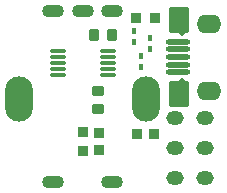
<source format=gbr>
%TF.GenerationSoftware,Altium Limited,Altium Designer,20.1.8 (145)*%
G04 Layer_Color=417716*
%FSLAX45Y45*%
%MOMM*%
%TF.SameCoordinates,69C50D53-9BFA-4F85-B750-FB8D41B2BBF4*%
%TF.FilePolarity,Negative*%
%TF.FileFunction,Soldermask,Bot*%
%TF.Part,Single*%
G01*
G75*
%TA.AperFunction,SMDPad,CuDef*%
G04:AMPARAMS|DCode=29|XSize=0.45mm|YSize=2.1mm|CornerRadius=0.225mm|HoleSize=0mm|Usage=FLASHONLY|Rotation=270.000|XOffset=0mm|YOffset=0mm|HoleType=Round|Shape=RoundedRectangle|*
%AMROUNDEDRECTD29*
21,1,0.45000,1.65000,0,0,270.0*
21,1,0.00000,2.10000,0,0,270.0*
1,1,0.45000,-0.82500,0.00000*
1,1,0.45000,-0.82500,0.00000*
1,1,0.45000,0.82500,0.00000*
1,1,0.45000,0.82500,0.00000*
%
%ADD29ROUNDEDRECTD29*%
G04:AMPARAMS|DCode=30|XSize=2.2mm|YSize=1.7mm|CornerRadius=0.058mm|HoleSize=0mm|Usage=FLASHONLY|Rotation=270.000|XOffset=0mm|YOffset=0mm|HoleType=Round|Shape=RoundedRectangle|*
%AMROUNDEDRECTD30*
21,1,2.20000,1.58400,0,0,270.0*
21,1,2.08400,1.70000,0,0,270.0*
1,1,0.11600,-0.79200,-1.04200*
1,1,0.11600,-0.79200,1.04200*
1,1,0.11600,0.79200,1.04200*
1,1,0.11600,0.79200,-1.04200*
%
%ADD30ROUNDEDRECTD30*%
G04:AMPARAMS|DCode=31|XSize=0.4mm|YSize=0.5mm|CornerRadius=0.0515mm|HoleSize=0mm|Usage=FLASHONLY|Rotation=180.000|XOffset=0mm|YOffset=0mm|HoleType=Round|Shape=RoundedRectangle|*
%AMROUNDEDRECTD31*
21,1,0.40000,0.39700,0,0,180.0*
21,1,0.29700,0.50000,0,0,180.0*
1,1,0.10300,-0.14850,0.19850*
1,1,0.10300,0.14850,0.19850*
1,1,0.10300,0.14850,-0.19850*
1,1,0.10300,-0.14850,-0.19850*
%
%ADD31ROUNDEDRECTD31*%
G04:AMPARAMS|DCode=32|XSize=0.9mm|YSize=0.8mm|CornerRadius=0.0535mm|HoleSize=0mm|Usage=FLASHONLY|Rotation=0.000|XOffset=0mm|YOffset=0mm|HoleType=Round|Shape=RoundedRectangle|*
%AMROUNDEDRECTD32*
21,1,0.90000,0.69300,0,0,0.0*
21,1,0.79300,0.80000,0,0,0.0*
1,1,0.10700,0.39650,-0.34650*
1,1,0.10700,-0.39650,-0.34650*
1,1,0.10700,-0.39650,0.34650*
1,1,0.10700,0.39650,0.34650*
%
%ADD32ROUNDEDRECTD32*%
G04:AMPARAMS|DCode=33|XSize=0.95mm|YSize=0.85mm|CornerRadius=0.05375mm|HoleSize=0mm|Usage=FLASHONLY|Rotation=0.000|XOffset=0mm|YOffset=0mm|HoleType=Round|Shape=RoundedRectangle|*
%AMROUNDEDRECTD33*
21,1,0.95000,0.74250,0,0,0.0*
21,1,0.84250,0.85000,0,0,0.0*
1,1,0.10750,0.42125,-0.37125*
1,1,0.10750,-0.42125,-0.37125*
1,1,0.10750,-0.42125,0.37125*
1,1,0.10750,0.42125,0.37125*
%
%ADD33ROUNDEDRECTD33*%
G04:AMPARAMS|DCode=34|XSize=0.9mm|YSize=0.9mm|CornerRadius=0.054mm|HoleSize=0mm|Usage=FLASHONLY|Rotation=180.000|XOffset=0mm|YOffset=0mm|HoleType=Round|Shape=RoundedRectangle|*
%AMROUNDEDRECTD34*
21,1,0.90000,0.79200,0,0,180.0*
21,1,0.79200,0.90000,0,0,180.0*
1,1,0.10800,-0.39600,0.39600*
1,1,0.10800,0.39600,0.39600*
1,1,0.10800,0.39600,-0.39600*
1,1,0.10800,-0.39600,-0.39600*
%
%ADD34ROUNDEDRECTD34*%
%ADD35O,1.35000X0.40000*%
G04:AMPARAMS|DCode=36|XSize=0.95mm|YSize=0.85mm|CornerRadius=0.05375mm|HoleSize=0mm|Usage=FLASHONLY|Rotation=90.000|XOffset=0mm|YOffset=0mm|HoleType=Round|Shape=RoundedRectangle|*
%AMROUNDEDRECTD36*
21,1,0.95000,0.74250,0,0,90.0*
21,1,0.84250,0.85000,0,0,90.0*
1,1,0.10750,0.37125,0.42125*
1,1,0.10750,0.37125,-0.42125*
1,1,0.10750,-0.37125,-0.42125*
1,1,0.10750,-0.37125,0.42125*
%
%ADD36ROUNDEDRECTD36*%
G04:AMPARAMS|DCode=37|XSize=0.9mm|YSize=0.8mm|CornerRadius=0.0535mm|HoleSize=0mm|Usage=FLASHONLY|Rotation=90.000|XOffset=0mm|YOffset=0mm|HoleType=Round|Shape=RoundedRectangle|*
%AMROUNDEDRECTD37*
21,1,0.90000,0.69300,0,0,90.0*
21,1,0.79300,0.80000,0,0,90.0*
1,1,0.10700,0.34650,0.39650*
1,1,0.10700,0.34650,-0.39650*
1,1,0.10700,-0.34650,-0.39650*
1,1,0.10700,-0.34650,0.39650*
%
%ADD37ROUNDEDRECTD37*%
%TA.AperFunction,ComponentPad*%
%ADD38C,0.50000*%
%ADD39O,2.10000X1.60000*%
G04:AMPARAMS|DCode=40|XSize=1.2mm|YSize=1.5mm|CornerRadius=0.6mm|HoleSize=0mm|Usage=FLASHONLY|Rotation=90.000|XOffset=0mm|YOffset=0mm|HoleType=Round|Shape=RoundedRectangle|*
%AMROUNDEDRECTD40*
21,1,1.20000,0.30000,0,0,90.0*
21,1,0.00000,1.50000,0,0,90.0*
1,1,1.20000,0.15000,0.00000*
1,1,1.20000,0.15000,0.00000*
1,1,1.20000,-0.15000,0.00000*
1,1,1.20000,-0.15000,0.00000*
%
%ADD40ROUNDEDRECTD40*%
G04:AMPARAMS|DCode=41|XSize=2.35mm|YSize=3.85mm|CornerRadius=1.175mm|HoleSize=0mm|Usage=FLASHONLY|Rotation=180.000|XOffset=0mm|YOffset=0mm|HoleType=Round|Shape=RoundedRectangle|*
%AMROUNDEDRECTD41*
21,1,2.35000,1.50000,0,0,180.0*
21,1,0.00000,3.85000,0,0,180.0*
1,1,2.35000,0.00000,0.75000*
1,1,2.35000,0.00000,0.75000*
1,1,2.35000,0.00000,-0.75000*
1,1,2.35000,0.00000,-0.75000*
%
%ADD41ROUNDEDRECTD41*%
%ADD42O,2.35000X3.85000*%
%ADD43O,1.85000X1.10000*%
D29*
X1485512Y1197022D02*
D03*
Y1262022D02*
D03*
Y1132022D02*
D03*
Y1067022D02*
D03*
Y1002022D02*
D03*
D30*
X1493012Y1442022D02*
D03*
Y822022D02*
D03*
D31*
X1108476Y1354075D02*
D03*
Y1259075D02*
D03*
X1249049Y1292023D02*
D03*
Y1197022D02*
D03*
X1172849Y1141674D02*
D03*
Y1046674D02*
D03*
D32*
X677748Y335279D02*
D03*
Y500279D02*
D03*
X813563Y492780D02*
D03*
Y342779D02*
D03*
D33*
X805451Y847140D02*
D03*
Y692140D02*
D03*
D34*
X1129104Y1460113D02*
D03*
X1289104D02*
D03*
D35*
X464541Y981824D02*
D03*
Y1031824D02*
D03*
X464542Y1081824D02*
D03*
Y1131824D02*
D03*
X464541Y1181824D02*
D03*
X889541Y981824D02*
D03*
Y1031824D02*
D03*
X889541Y1081824D02*
D03*
Y1131824D02*
D03*
X889541Y1181824D02*
D03*
D36*
X773155Y1318260D02*
D03*
X928155D02*
D03*
D37*
X1132935Y477312D02*
D03*
X1282935D02*
D03*
D38*
X1513012Y932022D02*
D03*
Y1332022D02*
D03*
D39*
X1748013Y1415022D02*
D03*
Y849022D02*
D03*
D40*
X1459369Y614096D02*
D03*
Y106096D02*
D03*
X1713369D02*
D03*
X1459369Y360096D02*
D03*
X1713369D02*
D03*
Y614096D02*
D03*
D41*
X1214541Y775480D02*
D03*
D42*
X139541D02*
D03*
D43*
X427041Y75479D02*
D03*
X927041D02*
D03*
X677041Y1525480D02*
D03*
X427041D02*
D03*
X927041D02*
D03*
%TF.MD5,13d7dbeeddcb6cdcc805d2620c102cb2*%
M02*

</source>
